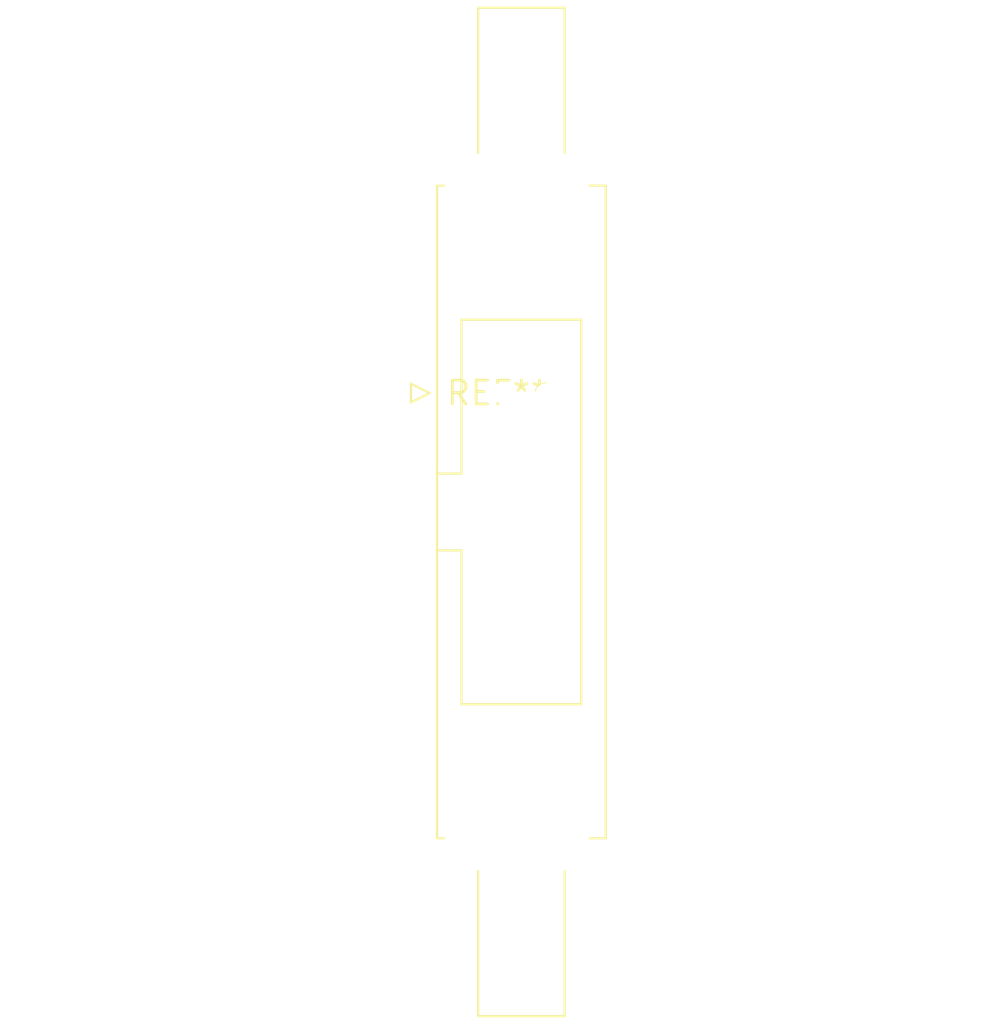
<source format=kicad_pcb>
(kicad_pcb (version 20240108) (generator pcbnew)
  (layers (0 "F.Cu" signal) (31 "B.Cu" signal) (34 "B.Paste" user) (35 "F.Paste" user) (36 "B.SilkS" user "B.Silkscreen") (37 "F.SilkS" user "F.Silkscreen") (38 "B.Mask" user) (39 "F.Mask" user) (44 "Edge.Cuts" user))
  (net 0 "")
  (footprint "IDC-Header_2x06-1MP_P2.54mm_Latch9.5mm_Vertical" (layer "F.Cu") (at 0 0)
    (property "Reference" "REF**")
    (property "Value" "IDC-Header_2x06-1MP_P2.54mm_Latch9.5mm_Vertical")
    (fp_line (start -4.63 -0.5) (end -4.63 0.5) (layer "F.SilkS") (stroke (width 0.12)))
    (fp_line (start -4.63 0.5) (end -3.63 0) (layer "F.SilkS") (stroke (width 0.12)))
    (fp_line (start -3.63 0) (end -4.63 -0.5) (layer "F.SilkS") (stroke (width 0.12)))
    (fp_line (start -3.24 -11.08) (end -3.24 23.78) (layer "F.SilkS") (stroke (width 0.12)))
    (fp_line (start -3.24 4.3) (end -1.93 4.3) (layer "F.SilkS") (stroke (width 0.12)))
    (fp_line (start -3.24 23.78) (end -2.87 23.78) (layer "F.SilkS") (stroke (width 0.12)))
    (fp_line (start -2.87 -11.08) (end -3.24 -11.08) (layer "F.SilkS") (stroke (width 0.12)))
    (fp_line (start -1.93 -3.92) (end 4.47 -3.92) (layer "F.SilkS") (stroke (width 0.12)))
    (fp_line (start -1.93 4.3) (end -1.93 -3.92) (layer "F.SilkS") (stroke (width 0.12)))
    (fp_line (start -1.93 8.4) (end -3.24 8.4) (layer "F.SilkS") (stroke (width 0.12)))
    (fp_line (start -1.93 8.4) (end -1.93 8.4) (layer "F.SilkS") (stroke (width 0.12)))
    (fp_line (start -1.93 16.62) (end -1.93 8.4) (layer "F.SilkS") (stroke (width 0.12)))
    (fp_line (start -1.04 -20.58) (end 3.58 -20.58) (layer "F.SilkS") (stroke (width 0.12)))
    (fp_line (start -1.04 -12.83) (end -1.04 -20.58) (layer "F.SilkS") (stroke (width 0.12)))
    (fp_line (start -1.04 25.53) (end -1.04 33.28) (layer "F.SilkS") (stroke (width 0.12)))
    (fp_line (start -1.04 33.28) (end 3.58 33.28) (layer "F.SilkS") (stroke (width 0.12)))
    (fp_line (start 3.58 -20.58) (end 3.58 -12.83) (layer "F.SilkS") (stroke (width 0.12)))
    (fp_line (start 3.58 33.28) (end 3.58 25.53) (layer "F.SilkS") (stroke (width 0.12)))
    (fp_line (start 4.47 -3.92) (end 4.47 16.62) (layer "F.SilkS") (stroke (width 0.12)))
    (fp_line (start 4.47 16.62) (end -1.93 16.62) (layer "F.SilkS") (stroke (width 0.12)))
    (fp_line (start 4.91 -11.08) (end 5.78 -11.08) (layer "F.SilkS") (stroke (width 0.12)))
    (fp_line (start 5.78 -11.08) (end 5.78 23.78) (layer "F.SilkS") (stroke (width 0.12)))
    (fp_line (start 5.78 23.78) (end 4.91 23.78) (layer "F.SilkS") (stroke (width 0.12)))
    (pad "1" thru_hole roundrect (at 0 0) (size 1.7 1.7) (drill 1) (layers *.Cu *.Mask) (remove_unused_layers) (roundrect_rratio 0.147059))
    (pad "2" thru_hole circle (at 2.54 0) (size 1.7 1.7) (drill 1) (layers *.Cu *.Mask) (remove_unused_layers))
    (pad "3" thru_hole circle (at 0 2.54) (size 1.7 1.7) (drill 1) (layers *.Cu *.Mask) (remove_unused_layers))
    (pad "4" thru_hole circle (at 2.54 2.54) (size 1.7 1.7) (drill 1) (layers *.Cu *.Mask) (remove_unused_layers))
    (pad "5" thru_hole circle (at 0 5.08) (size 1.7 1.7) (drill 1) (layers *.Cu *.Mask) (remove_unused_layers))
    (pad "6" thru_hole circle (at 2.54 5.08) (size 1.7 1.7) (drill 1) (layers *.Cu *.Mask) (remove_unused_layers))
    (pad "7" thru_hole circle (at 0 7.62) (size 1.7 1.7) (drill 1) (layers *.Cu *.Mask) (remove_unused_layers))
    (pad "8" thru_hole circle (at 2.54 7.62) (size 1.7 1.7) (drill 1) (layers *.Cu *.Mask) (remove_unused_layers))
    (pad "9" thru_hole circle (at 0 10.16) (size 1.7 1.7) (drill 1) (layers *.Cu *.Mask) (remove_unused_layers))
    (pad "10" thru_hole circle (at 2.54 10.16) (size 1.7 1.7) (drill 1) (layers *.Cu *.Mask) (remove_unused_layers))
    (pad "11" thru_hole circle (at 0 12.7) (size 1.7 1.7) (drill 1) (layers *.Cu *.Mask) (remove_unused_layers))
    (pad "12" thru_hole circle (at 2.54 12.7) (size 1.7 1.7) (drill 1) (layers *.Cu *.Mask) (remove_unused_layers))
    (pad "MP" thru_hole circle (at 1.02 -8.94) (size 8 8) (drill 2.69) (layers *.Cu *.Mask) (remove_unused_layers))
    (pad "MP" thru_hole circle (at 1.02 21.64) (size 8 8) (drill 2.69) (layers *.Cu *.Mask) (remove_unused_layers))
  )
)
</source>
